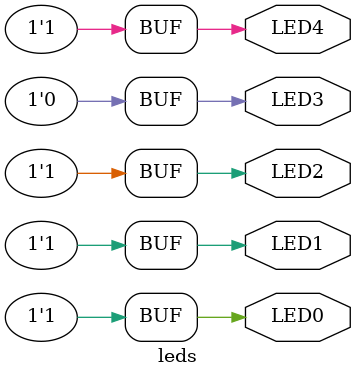
<source format=v>

module leds(output wire LED0,
            output wire LED1,
            output wire LED2,
            output wire LED3,
            output wire LED4);

assign LED0 = 1'b1;
assign LED1 = 1'b1;
assign LED2 = 1'b1;
assign LED3 = 0;
assign LED4 = 1'b1;

endmodule

</source>
